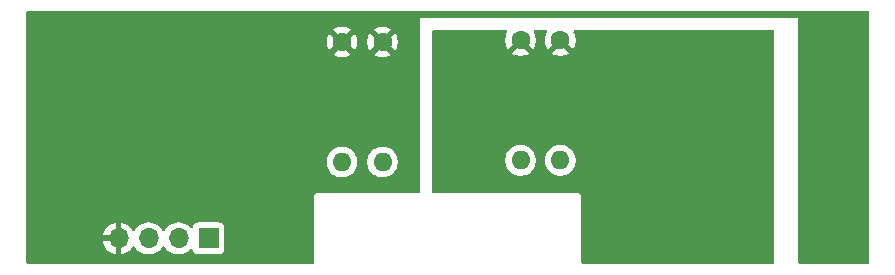
<source format=gbr>
%TF.GenerationSoftware,KiCad,Pcbnew,9.0.6*%
%TF.CreationDate,2025-12-06T11:07:59-05:00*%
%TF.ProjectId,cheating-calc,63686561-7469-46e6-972d-63616c632e6b,rev?*%
%TF.SameCoordinates,Original*%
%TF.FileFunction,Copper,L2,Bot*%
%TF.FilePolarity,Positive*%
%FSLAX46Y46*%
G04 Gerber Fmt 4.6, Leading zero omitted, Abs format (unit mm)*
G04 Created by KiCad (PCBNEW 9.0.6) date 2025-12-06 11:07:59*
%MOMM*%
%LPD*%
G01*
G04 APERTURE LIST*
%TA.AperFunction,ComponentPad*%
%ADD10R,1.700000X1.700000*%
%TD*%
%TA.AperFunction,ComponentPad*%
%ADD11O,1.700000X1.700000*%
%TD*%
%TA.AperFunction,ComponentPad*%
%ADD12C,1.600000*%
%TD*%
%TA.AperFunction,ComponentPad*%
%ADD13O,1.600000X1.600000*%
%TD*%
%TA.AperFunction,ViaPad*%
%ADD14C,0.800000*%
%TD*%
G04 APERTURE END LIST*
D10*
%TO.P,J1,1,Pin_1*%
%TO.N,RING*%
X101092000Y-71628000D03*
D11*
%TO.P,J1,2,Pin_2*%
%TO.N,TIP*%
X98552000Y-71628000D03*
%TO.P,J1,3,Pin_3*%
%TO.N,GND*%
X96012000Y-71628000D03*
%TO.P,J1,4,Pin_4*%
%TO.N,+5V*%
X93472000Y-71628000D03*
%TD*%
D12*
%TO.P,R4,1*%
%TO.N,+5V*%
X112395000Y-54991000D03*
D13*
%TO.P,R4,2*%
%TO.N,TIP*%
X112395000Y-65151000D03*
%TD*%
D12*
%TO.P,R2,1*%
%TO.N,+3.3V*%
X130876000Y-54864000D03*
D13*
%TO.P,R2,2*%
%TO.N,TIP_GPIO*%
X130876000Y-65024000D03*
%TD*%
D12*
%TO.P,R3,1*%
%TO.N,+5V*%
X115824000Y-54991000D03*
D13*
%TO.P,R3,2*%
%TO.N,RING*%
X115824000Y-65151000D03*
%TD*%
D12*
%TO.P,R1,1*%
%TO.N,+3.3V*%
X127508000Y-54864000D03*
D13*
%TO.P,R1,2*%
%TO.N,RING_GPIO*%
X127508000Y-65024000D03*
%TD*%
D14*
%TO.N,+5V*%
X152019000Y-68199000D03*
%TO.N,+3.3V*%
X147320000Y-68199000D03*
X125095000Y-64135000D03*
X125095000Y-59055000D03*
%TD*%
%TA.AperFunction,Conductor*%
%TO.N,+5V*%
G36*
X156986802Y-52390185D02*
G01*
X157032557Y-52442989D01*
X157043763Y-52494500D01*
X157043763Y-73645704D01*
X157024078Y-73712743D01*
X156971274Y-73758498D01*
X156919763Y-73769704D01*
X151124000Y-73769704D01*
X151056961Y-73750019D01*
X151011206Y-73697215D01*
X151000000Y-73645704D01*
X151000000Y-53000000D01*
X119000000Y-53000000D01*
X119000000Y-67645551D01*
X118980315Y-67712590D01*
X118927511Y-67758345D01*
X118876000Y-67769551D01*
X110383583Y-67769551D01*
X110304459Y-67769551D01*
X110266245Y-67779790D01*
X110228030Y-67790030D01*
X110228025Y-67790033D01*
X110159516Y-67829586D01*
X110159508Y-67829592D01*
X110103562Y-67885538D01*
X110103556Y-67885546D01*
X110064003Y-67954055D01*
X110064000Y-67954060D01*
X110043521Y-68030490D01*
X110043521Y-73645704D01*
X110023836Y-73712743D01*
X109971032Y-73758498D01*
X109919521Y-73769704D01*
X85768500Y-73769704D01*
X85701461Y-73750019D01*
X85655706Y-73697215D01*
X85644500Y-73645704D01*
X85644500Y-71378000D01*
X92144769Y-71378000D01*
X93038988Y-71378000D01*
X93006075Y-71435007D01*
X92972000Y-71562174D01*
X92972000Y-71693826D01*
X93006075Y-71820993D01*
X93038988Y-71878000D01*
X92144769Y-71878000D01*
X92155242Y-71944126D01*
X92155242Y-71944129D01*
X92220904Y-72146217D01*
X92317379Y-72335557D01*
X92442272Y-72507459D01*
X92442276Y-72507464D01*
X92592535Y-72657723D01*
X92592540Y-72657727D01*
X92764442Y-72782620D01*
X92953782Y-72879095D01*
X93155871Y-72944757D01*
X93222000Y-72955231D01*
X93222000Y-72061012D01*
X93279007Y-72093925D01*
X93406174Y-72128000D01*
X93537826Y-72128000D01*
X93664993Y-72093925D01*
X93722000Y-72061012D01*
X93722000Y-72955230D01*
X93788126Y-72944757D01*
X93788129Y-72944757D01*
X93990217Y-72879095D01*
X94179557Y-72782620D01*
X94351459Y-72657727D01*
X94351464Y-72657723D01*
X94501723Y-72507464D01*
X94501727Y-72507459D01*
X94626620Y-72335558D01*
X94631232Y-72326507D01*
X94679205Y-72275709D01*
X94747025Y-72258912D01*
X94813161Y-72281447D01*
X94852204Y-72326504D01*
X94856949Y-72335817D01*
X94981890Y-72507786D01*
X95132213Y-72658109D01*
X95304179Y-72783048D01*
X95304181Y-72783049D01*
X95304184Y-72783051D01*
X95493588Y-72879557D01*
X95695757Y-72945246D01*
X95905713Y-72978500D01*
X95905714Y-72978500D01*
X96118286Y-72978500D01*
X96118287Y-72978500D01*
X96328243Y-72945246D01*
X96530412Y-72879557D01*
X96719816Y-72783051D01*
X96806138Y-72720335D01*
X96891786Y-72658109D01*
X96891788Y-72658106D01*
X96891792Y-72658104D01*
X97042104Y-72507792D01*
X97042106Y-72507788D01*
X97042109Y-72507786D01*
X97167048Y-72335820D01*
X97167050Y-72335817D01*
X97167051Y-72335816D01*
X97171514Y-72327054D01*
X97219488Y-72276259D01*
X97287308Y-72259463D01*
X97353444Y-72281999D01*
X97392486Y-72327056D01*
X97396951Y-72335820D01*
X97521890Y-72507786D01*
X97672213Y-72658109D01*
X97844179Y-72783048D01*
X97844181Y-72783049D01*
X97844184Y-72783051D01*
X98033588Y-72879557D01*
X98235757Y-72945246D01*
X98445713Y-72978500D01*
X98445714Y-72978500D01*
X98658286Y-72978500D01*
X98658287Y-72978500D01*
X98868243Y-72945246D01*
X99070412Y-72879557D01*
X99259816Y-72783051D01*
X99431792Y-72658104D01*
X99545329Y-72544566D01*
X99606648Y-72511084D01*
X99676340Y-72516068D01*
X99732274Y-72557939D01*
X99749189Y-72588917D01*
X99798202Y-72720328D01*
X99798206Y-72720335D01*
X99884452Y-72835544D01*
X99884455Y-72835547D01*
X99999664Y-72921793D01*
X99999671Y-72921797D01*
X100134517Y-72972091D01*
X100134516Y-72972091D01*
X100141444Y-72972835D01*
X100194127Y-72978500D01*
X101989872Y-72978499D01*
X102049483Y-72972091D01*
X102184331Y-72921796D01*
X102299546Y-72835546D01*
X102385796Y-72720331D01*
X102436091Y-72585483D01*
X102442500Y-72525873D01*
X102442499Y-70730128D01*
X102436091Y-70670517D01*
X102434810Y-70667083D01*
X102385797Y-70535671D01*
X102385793Y-70535664D01*
X102299547Y-70420455D01*
X102299544Y-70420452D01*
X102184335Y-70334206D01*
X102184328Y-70334202D01*
X102049482Y-70283908D01*
X102049483Y-70283908D01*
X101989883Y-70277501D01*
X101989881Y-70277500D01*
X101989873Y-70277500D01*
X101989864Y-70277500D01*
X100194129Y-70277500D01*
X100194123Y-70277501D01*
X100134516Y-70283908D01*
X99999671Y-70334202D01*
X99999664Y-70334206D01*
X99884455Y-70420452D01*
X99884452Y-70420455D01*
X99798206Y-70535664D01*
X99798203Y-70535669D01*
X99749189Y-70667083D01*
X99707317Y-70723016D01*
X99641853Y-70747433D01*
X99573580Y-70732581D01*
X99545326Y-70711430D01*
X99431786Y-70597890D01*
X99259820Y-70472951D01*
X99070414Y-70376444D01*
X99070413Y-70376443D01*
X99070412Y-70376443D01*
X98868243Y-70310754D01*
X98868241Y-70310753D01*
X98868240Y-70310753D01*
X98706957Y-70285208D01*
X98658287Y-70277500D01*
X98445713Y-70277500D01*
X98397042Y-70285208D01*
X98235760Y-70310753D01*
X98033585Y-70376444D01*
X97844179Y-70472951D01*
X97672213Y-70597890D01*
X97521890Y-70748213D01*
X97396949Y-70920182D01*
X97392484Y-70928946D01*
X97344509Y-70979742D01*
X97276688Y-70996536D01*
X97210553Y-70973998D01*
X97171516Y-70928946D01*
X97167050Y-70920182D01*
X97042109Y-70748213D01*
X96891786Y-70597890D01*
X96719820Y-70472951D01*
X96530414Y-70376444D01*
X96530413Y-70376443D01*
X96530412Y-70376443D01*
X96328243Y-70310754D01*
X96328241Y-70310753D01*
X96328240Y-70310753D01*
X96166957Y-70285208D01*
X96118287Y-70277500D01*
X95905713Y-70277500D01*
X95857042Y-70285208D01*
X95695760Y-70310753D01*
X95493585Y-70376444D01*
X95304179Y-70472951D01*
X95132213Y-70597890D01*
X94981890Y-70748213D01*
X94856949Y-70920182D01*
X94852202Y-70929499D01*
X94804227Y-70980293D01*
X94736405Y-70997087D01*
X94670271Y-70974548D01*
X94631234Y-70929495D01*
X94626622Y-70920444D01*
X94501727Y-70748540D01*
X94501723Y-70748535D01*
X94351464Y-70598276D01*
X94351459Y-70598272D01*
X94179557Y-70473379D01*
X93990215Y-70376903D01*
X93788124Y-70311241D01*
X93722000Y-70300768D01*
X93722000Y-71194988D01*
X93664993Y-71162075D01*
X93537826Y-71128000D01*
X93406174Y-71128000D01*
X93279007Y-71162075D01*
X93222000Y-71194988D01*
X93222000Y-70300768D01*
X93221999Y-70300768D01*
X93155875Y-70311241D01*
X92953784Y-70376903D01*
X92764442Y-70473379D01*
X92592540Y-70598272D01*
X92592535Y-70598276D01*
X92442276Y-70748535D01*
X92442272Y-70748540D01*
X92317379Y-70920442D01*
X92220904Y-71109782D01*
X92155242Y-71311870D01*
X92155242Y-71311873D01*
X92144769Y-71378000D01*
X85644500Y-71378000D01*
X85644500Y-65048648D01*
X111094500Y-65048648D01*
X111094500Y-65253351D01*
X111126522Y-65455534D01*
X111189781Y-65650223D01*
X111282715Y-65832613D01*
X111403028Y-65998213D01*
X111547786Y-66142971D01*
X111666500Y-66229220D01*
X111713390Y-66263287D01*
X111770679Y-66292477D01*
X111895776Y-66356218D01*
X111895778Y-66356218D01*
X111895781Y-66356220D01*
X112000137Y-66390127D01*
X112090465Y-66419477D01*
X112191557Y-66435488D01*
X112292648Y-66451500D01*
X112292649Y-66451500D01*
X112497351Y-66451500D01*
X112497352Y-66451500D01*
X112699534Y-66419477D01*
X112894219Y-66356220D01*
X113076610Y-66263287D01*
X113169590Y-66195732D01*
X113242213Y-66142971D01*
X113242215Y-66142968D01*
X113242219Y-66142966D01*
X113386966Y-65998219D01*
X113386968Y-65998215D01*
X113386971Y-65998213D01*
X113479236Y-65871219D01*
X113507287Y-65832610D01*
X113600220Y-65650219D01*
X113663477Y-65455534D01*
X113695500Y-65253352D01*
X113695500Y-65048648D01*
X114523500Y-65048648D01*
X114523500Y-65253351D01*
X114555522Y-65455534D01*
X114618781Y-65650223D01*
X114711715Y-65832613D01*
X114832028Y-65998213D01*
X114976786Y-66142971D01*
X115095500Y-66229220D01*
X115142390Y-66263287D01*
X115199679Y-66292477D01*
X115324776Y-66356218D01*
X115324778Y-66356218D01*
X115324781Y-66356220D01*
X115429137Y-66390127D01*
X115519465Y-66419477D01*
X115620557Y-66435488D01*
X115721648Y-66451500D01*
X115721649Y-66451500D01*
X115926351Y-66451500D01*
X115926352Y-66451500D01*
X116128534Y-66419477D01*
X116323219Y-66356220D01*
X116505610Y-66263287D01*
X116598590Y-66195732D01*
X116671213Y-66142971D01*
X116671215Y-66142968D01*
X116671219Y-66142966D01*
X116815966Y-65998219D01*
X116815968Y-65998215D01*
X116815971Y-65998213D01*
X116908236Y-65871219D01*
X116936287Y-65832610D01*
X117029220Y-65650219D01*
X117092477Y-65455534D01*
X117124500Y-65253352D01*
X117124500Y-65048648D01*
X117092477Y-64846466D01*
X117088577Y-64834464D01*
X117029218Y-64651776D01*
X116964510Y-64524781D01*
X116936287Y-64469390D01*
X116884177Y-64397666D01*
X116815971Y-64303786D01*
X116671213Y-64159028D01*
X116505613Y-64038715D01*
X116505612Y-64038714D01*
X116505610Y-64038713D01*
X116448653Y-64009691D01*
X116323223Y-63945781D01*
X116128534Y-63882522D01*
X115953995Y-63854878D01*
X115926352Y-63850500D01*
X115721648Y-63850500D01*
X115697329Y-63854351D01*
X115519465Y-63882522D01*
X115324776Y-63945781D01*
X115142386Y-64038715D01*
X114976786Y-64159028D01*
X114832028Y-64303786D01*
X114711715Y-64469386D01*
X114618781Y-64651776D01*
X114555522Y-64846465D01*
X114523500Y-65048648D01*
X113695500Y-65048648D01*
X113663477Y-64846466D01*
X113659577Y-64834464D01*
X113600218Y-64651776D01*
X113535510Y-64524781D01*
X113507287Y-64469390D01*
X113455177Y-64397666D01*
X113386971Y-64303786D01*
X113242213Y-64159028D01*
X113076613Y-64038715D01*
X113076612Y-64038714D01*
X113076610Y-64038713D01*
X113019653Y-64009691D01*
X112894223Y-63945781D01*
X112699534Y-63882522D01*
X112524995Y-63854878D01*
X112497352Y-63850500D01*
X112292648Y-63850500D01*
X112268329Y-63854351D01*
X112090465Y-63882522D01*
X111895776Y-63945781D01*
X111713386Y-64038715D01*
X111547786Y-64159028D01*
X111403028Y-64303786D01*
X111282715Y-64469386D01*
X111189781Y-64651776D01*
X111126522Y-64846465D01*
X111094500Y-65048648D01*
X85644500Y-65048648D01*
X85644500Y-54888682D01*
X111095000Y-54888682D01*
X111095000Y-55093317D01*
X111127009Y-55295417D01*
X111190244Y-55490031D01*
X111283141Y-55672350D01*
X111283147Y-55672359D01*
X111315523Y-55716921D01*
X111315524Y-55716922D01*
X111995000Y-55037446D01*
X111995000Y-55043661D01*
X112022259Y-55145394D01*
X112074920Y-55236606D01*
X112149394Y-55311080D01*
X112240606Y-55363741D01*
X112342339Y-55391000D01*
X112348553Y-55391000D01*
X111669076Y-56070474D01*
X111713650Y-56102859D01*
X111895968Y-56195755D01*
X112090582Y-56258990D01*
X112292683Y-56291000D01*
X112497317Y-56291000D01*
X112699417Y-56258990D01*
X112894031Y-56195755D01*
X113076349Y-56102859D01*
X113120921Y-56070474D01*
X112441447Y-55391000D01*
X112447661Y-55391000D01*
X112549394Y-55363741D01*
X112640606Y-55311080D01*
X112715080Y-55236606D01*
X112767741Y-55145394D01*
X112795000Y-55043661D01*
X112795000Y-55037447D01*
X113474474Y-55716921D01*
X113506859Y-55672349D01*
X113599755Y-55490031D01*
X113662990Y-55295417D01*
X113695000Y-55093317D01*
X113695000Y-54888682D01*
X114524000Y-54888682D01*
X114524000Y-55093317D01*
X114556009Y-55295417D01*
X114619244Y-55490031D01*
X114712141Y-55672350D01*
X114712147Y-55672359D01*
X114744523Y-55716921D01*
X114744524Y-55716922D01*
X115424000Y-55037446D01*
X115424000Y-55043661D01*
X115451259Y-55145394D01*
X115503920Y-55236606D01*
X115578394Y-55311080D01*
X115669606Y-55363741D01*
X115771339Y-55391000D01*
X115777553Y-55391000D01*
X115098076Y-56070474D01*
X115142650Y-56102859D01*
X115324968Y-56195755D01*
X115519582Y-56258990D01*
X115721683Y-56291000D01*
X115926317Y-56291000D01*
X116128417Y-56258990D01*
X116323031Y-56195755D01*
X116505349Y-56102859D01*
X116549921Y-56070474D01*
X115870447Y-55391000D01*
X115876661Y-55391000D01*
X115978394Y-55363741D01*
X116069606Y-55311080D01*
X116144080Y-55236606D01*
X116196741Y-55145394D01*
X116224000Y-55043661D01*
X116224000Y-55037447D01*
X116903474Y-55716921D01*
X116935859Y-55672349D01*
X117028755Y-55490031D01*
X117091990Y-55295417D01*
X117124000Y-55093317D01*
X117124000Y-54888682D01*
X117091990Y-54686582D01*
X117028755Y-54491968D01*
X116935859Y-54309650D01*
X116903474Y-54265077D01*
X116903474Y-54265076D01*
X116224000Y-54944551D01*
X116224000Y-54938339D01*
X116196741Y-54836606D01*
X116144080Y-54745394D01*
X116069606Y-54670920D01*
X115978394Y-54618259D01*
X115876661Y-54591000D01*
X115870446Y-54591000D01*
X116549922Y-53911524D01*
X116549921Y-53911523D01*
X116505359Y-53879147D01*
X116505350Y-53879141D01*
X116323031Y-53786244D01*
X116128417Y-53723009D01*
X115926317Y-53691000D01*
X115721683Y-53691000D01*
X115519582Y-53723009D01*
X115324968Y-53786244D01*
X115142644Y-53879143D01*
X115098077Y-53911523D01*
X115098077Y-53911524D01*
X115777554Y-54591000D01*
X115771339Y-54591000D01*
X115669606Y-54618259D01*
X115578394Y-54670920D01*
X115503920Y-54745394D01*
X115451259Y-54836606D01*
X115424000Y-54938339D01*
X115424000Y-54944553D01*
X114744524Y-54265077D01*
X114744523Y-54265077D01*
X114712143Y-54309644D01*
X114619244Y-54491968D01*
X114556009Y-54686582D01*
X114524000Y-54888682D01*
X113695000Y-54888682D01*
X113662990Y-54686582D01*
X113599755Y-54491968D01*
X113506859Y-54309650D01*
X113474474Y-54265077D01*
X113474474Y-54265076D01*
X112795000Y-54944551D01*
X112795000Y-54938339D01*
X112767741Y-54836606D01*
X112715080Y-54745394D01*
X112640606Y-54670920D01*
X112549394Y-54618259D01*
X112447661Y-54591000D01*
X112441446Y-54591000D01*
X113120922Y-53911524D01*
X113120921Y-53911523D01*
X113076359Y-53879147D01*
X113076350Y-53879141D01*
X112894031Y-53786244D01*
X112699417Y-53723009D01*
X112497317Y-53691000D01*
X112292683Y-53691000D01*
X112090582Y-53723009D01*
X111895968Y-53786244D01*
X111713644Y-53879143D01*
X111669077Y-53911523D01*
X111669077Y-53911524D01*
X112348554Y-54591000D01*
X112342339Y-54591000D01*
X112240606Y-54618259D01*
X112149394Y-54670920D01*
X112074920Y-54745394D01*
X112022259Y-54836606D01*
X111995000Y-54938339D01*
X111995000Y-54944553D01*
X111315524Y-54265077D01*
X111315523Y-54265077D01*
X111283143Y-54309644D01*
X111190244Y-54491968D01*
X111127009Y-54686582D01*
X111095000Y-54888682D01*
X85644500Y-54888682D01*
X85644500Y-52494500D01*
X85664185Y-52427461D01*
X85716989Y-52381706D01*
X85768500Y-52370500D01*
X110304451Y-52370500D01*
X132304655Y-52370500D01*
X156919763Y-52370500D01*
X156986802Y-52390185D01*
G37*
%TD.AperFunction*%
%TD*%
%TA.AperFunction,Conductor*%
%TO.N,+3.3V*%
G36*
X126353895Y-54019685D02*
G01*
X126399650Y-54072489D01*
X126409594Y-54141647D01*
X126397341Y-54180295D01*
X126303244Y-54364968D01*
X126240009Y-54559582D01*
X126208000Y-54761682D01*
X126208000Y-54966317D01*
X126240009Y-55168417D01*
X126303244Y-55363031D01*
X126396141Y-55545350D01*
X126396147Y-55545359D01*
X126428523Y-55589921D01*
X126428524Y-55589922D01*
X127108000Y-54910446D01*
X127108000Y-54916661D01*
X127135259Y-55018394D01*
X127187920Y-55109606D01*
X127262394Y-55184080D01*
X127353606Y-55236741D01*
X127455339Y-55264000D01*
X127461553Y-55264000D01*
X126782076Y-55943474D01*
X126826650Y-55975859D01*
X127008968Y-56068755D01*
X127203582Y-56131990D01*
X127405683Y-56164000D01*
X127610317Y-56164000D01*
X127812417Y-56131990D01*
X128007031Y-56068755D01*
X128189349Y-55975859D01*
X128233921Y-55943474D01*
X127554447Y-55264000D01*
X127560661Y-55264000D01*
X127662394Y-55236741D01*
X127753606Y-55184080D01*
X127828080Y-55109606D01*
X127880741Y-55018394D01*
X127908000Y-54916661D01*
X127908000Y-54910447D01*
X128587474Y-55589921D01*
X128619859Y-55545349D01*
X128712755Y-55363031D01*
X128775990Y-55168417D01*
X128808000Y-54966317D01*
X128808000Y-54761682D01*
X128775990Y-54559582D01*
X128712755Y-54364968D01*
X128618659Y-54180295D01*
X128605763Y-54111626D01*
X128632039Y-54046885D01*
X128689146Y-54006628D01*
X128729144Y-54000000D01*
X129654856Y-54000000D01*
X129721895Y-54019685D01*
X129767650Y-54072489D01*
X129777594Y-54141647D01*
X129765341Y-54180295D01*
X129671244Y-54364968D01*
X129608009Y-54559582D01*
X129576000Y-54761682D01*
X129576000Y-54966317D01*
X129608009Y-55168417D01*
X129671244Y-55363031D01*
X129764141Y-55545350D01*
X129764147Y-55545359D01*
X129796523Y-55589921D01*
X129796524Y-55589922D01*
X130476000Y-54910446D01*
X130476000Y-54916661D01*
X130503259Y-55018394D01*
X130555920Y-55109606D01*
X130630394Y-55184080D01*
X130721606Y-55236741D01*
X130823339Y-55264000D01*
X130829553Y-55264000D01*
X130150076Y-55943474D01*
X130194650Y-55975859D01*
X130376968Y-56068755D01*
X130571582Y-56131990D01*
X130773683Y-56164000D01*
X130978317Y-56164000D01*
X131180417Y-56131990D01*
X131375031Y-56068755D01*
X131557349Y-55975859D01*
X131601921Y-55943474D01*
X130922447Y-55264000D01*
X130928661Y-55264000D01*
X131030394Y-55236741D01*
X131121606Y-55184080D01*
X131196080Y-55109606D01*
X131248741Y-55018394D01*
X131276000Y-54916661D01*
X131276000Y-54910447D01*
X131955474Y-55589921D01*
X131987859Y-55545349D01*
X132080755Y-55363031D01*
X132143990Y-55168417D01*
X132176000Y-54966317D01*
X132176000Y-54761682D01*
X132143990Y-54559582D01*
X132080755Y-54364968D01*
X131986659Y-54180295D01*
X131973763Y-54111626D01*
X132000039Y-54046885D01*
X132057146Y-54006628D01*
X132097144Y-54000000D01*
X148876000Y-54000000D01*
X148943039Y-54019685D01*
X148988794Y-54072489D01*
X149000000Y-54124000D01*
X149000000Y-73645704D01*
X148980315Y-73712743D01*
X148927511Y-73758498D01*
X148876000Y-73769704D01*
X132768733Y-73769704D01*
X132701694Y-73750019D01*
X132655939Y-73697215D01*
X132644733Y-73645704D01*
X132644733Y-68030490D01*
X132624253Y-67954060D01*
X132624250Y-67954055D01*
X132584697Y-67885546D01*
X132584691Y-67885538D01*
X132528745Y-67829592D01*
X132528737Y-67829586D01*
X132460228Y-67790033D01*
X132460223Y-67790030D01*
X132434746Y-67783203D01*
X132383795Y-67769551D01*
X120124000Y-67769551D01*
X120056961Y-67749866D01*
X120011206Y-67697062D01*
X120000000Y-67645551D01*
X120000000Y-64921648D01*
X126207500Y-64921648D01*
X126207500Y-65126351D01*
X126239522Y-65328534D01*
X126302781Y-65523223D01*
X126395715Y-65705613D01*
X126516028Y-65871213D01*
X126660786Y-66015971D01*
X126815749Y-66128556D01*
X126826390Y-66136287D01*
X126942607Y-66195503D01*
X127008776Y-66229218D01*
X127008778Y-66229218D01*
X127008781Y-66229220D01*
X127113137Y-66263127D01*
X127203465Y-66292477D01*
X127304557Y-66308488D01*
X127405648Y-66324500D01*
X127405649Y-66324500D01*
X127610351Y-66324500D01*
X127610352Y-66324500D01*
X127812534Y-66292477D01*
X128007219Y-66229220D01*
X128189610Y-66136287D01*
X128282590Y-66068732D01*
X128355213Y-66015971D01*
X128355215Y-66015968D01*
X128355219Y-66015966D01*
X128499966Y-65871219D01*
X128499968Y-65871215D01*
X128499971Y-65871213D01*
X128552732Y-65798590D01*
X128620287Y-65705610D01*
X128713220Y-65523219D01*
X128776477Y-65328534D01*
X128808500Y-65126352D01*
X128808500Y-64921648D01*
X129575500Y-64921648D01*
X129575500Y-65126351D01*
X129607522Y-65328534D01*
X129670781Y-65523223D01*
X129763715Y-65705613D01*
X129884028Y-65871213D01*
X130028786Y-66015971D01*
X130183749Y-66128556D01*
X130194390Y-66136287D01*
X130310607Y-66195503D01*
X130376776Y-66229218D01*
X130376778Y-66229218D01*
X130376781Y-66229220D01*
X130481137Y-66263127D01*
X130571465Y-66292477D01*
X130672557Y-66308488D01*
X130773648Y-66324500D01*
X130773649Y-66324500D01*
X130978351Y-66324500D01*
X130978352Y-66324500D01*
X131180534Y-66292477D01*
X131375219Y-66229220D01*
X131557610Y-66136287D01*
X131650590Y-66068732D01*
X131723213Y-66015971D01*
X131723215Y-66015968D01*
X131723219Y-66015966D01*
X131867966Y-65871219D01*
X131867968Y-65871215D01*
X131867971Y-65871213D01*
X131920732Y-65798590D01*
X131988287Y-65705610D01*
X132081220Y-65523219D01*
X132144477Y-65328534D01*
X132176500Y-65126352D01*
X132176500Y-64921648D01*
X132144477Y-64719466D01*
X132081220Y-64524781D01*
X132081218Y-64524778D01*
X132081218Y-64524776D01*
X132047503Y-64458607D01*
X131988287Y-64342390D01*
X131980556Y-64331749D01*
X131867971Y-64176786D01*
X131723213Y-64032028D01*
X131557613Y-63911715D01*
X131557612Y-63911714D01*
X131557610Y-63911713D01*
X131500653Y-63882691D01*
X131375223Y-63818781D01*
X131180534Y-63755522D01*
X131005995Y-63727878D01*
X130978352Y-63723500D01*
X130773648Y-63723500D01*
X130749329Y-63727351D01*
X130571465Y-63755522D01*
X130376776Y-63818781D01*
X130194386Y-63911715D01*
X130028786Y-64032028D01*
X129884028Y-64176786D01*
X129763715Y-64342386D01*
X129670781Y-64524776D01*
X129607522Y-64719465D01*
X129575500Y-64921648D01*
X128808500Y-64921648D01*
X128776477Y-64719466D01*
X128713220Y-64524781D01*
X128713218Y-64524778D01*
X128713218Y-64524776D01*
X128679503Y-64458607D01*
X128620287Y-64342390D01*
X128612556Y-64331749D01*
X128499971Y-64176786D01*
X128355213Y-64032028D01*
X128189613Y-63911715D01*
X128189612Y-63911714D01*
X128189610Y-63911713D01*
X128132653Y-63882691D01*
X128007223Y-63818781D01*
X127812534Y-63755522D01*
X127637995Y-63727878D01*
X127610352Y-63723500D01*
X127405648Y-63723500D01*
X127381329Y-63727351D01*
X127203465Y-63755522D01*
X127008776Y-63818781D01*
X126826386Y-63911715D01*
X126660786Y-64032028D01*
X126516028Y-64176786D01*
X126395715Y-64342386D01*
X126302781Y-64524776D01*
X126239522Y-64719465D01*
X126207500Y-64921648D01*
X120000000Y-64921648D01*
X120000000Y-54124000D01*
X120019685Y-54056961D01*
X120072489Y-54011206D01*
X120124000Y-54000000D01*
X126286856Y-54000000D01*
X126353895Y-54019685D01*
G37*
%TD.AperFunction*%
%TD*%
M02*

</source>
